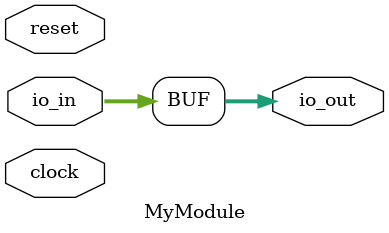
<source format=v>
module MyModule(
  input        clock,
  input        reset,
  input  [3:0] io_in,
  output [3:0] io_out
);
  assign io_out = io_in; // @[MyModule.scala 19:10]
endmodule

</source>
